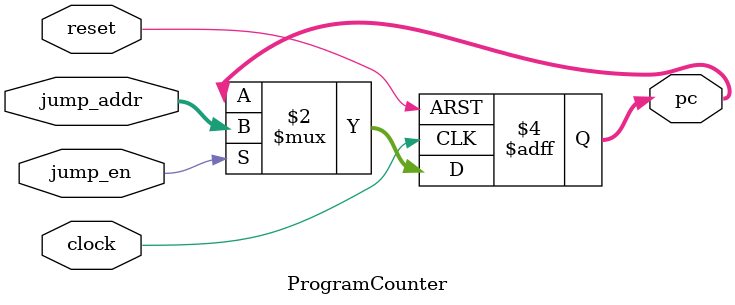
<source format=v>
module ProgramCounter(
    input clock,
    input reset,
		 input [15:0] jump_addr,
		 input jump_en,
		 output reg [15:0] pc
);

    always @(posedge clock or posedge reset) begin
        if (reset) begin
            pc <= 0; // Reset PC to 0
        end
        else if (jump_en) begin
            pc <= jump_addr; // Jump to specific address
        end
    end
endmodule

</source>
